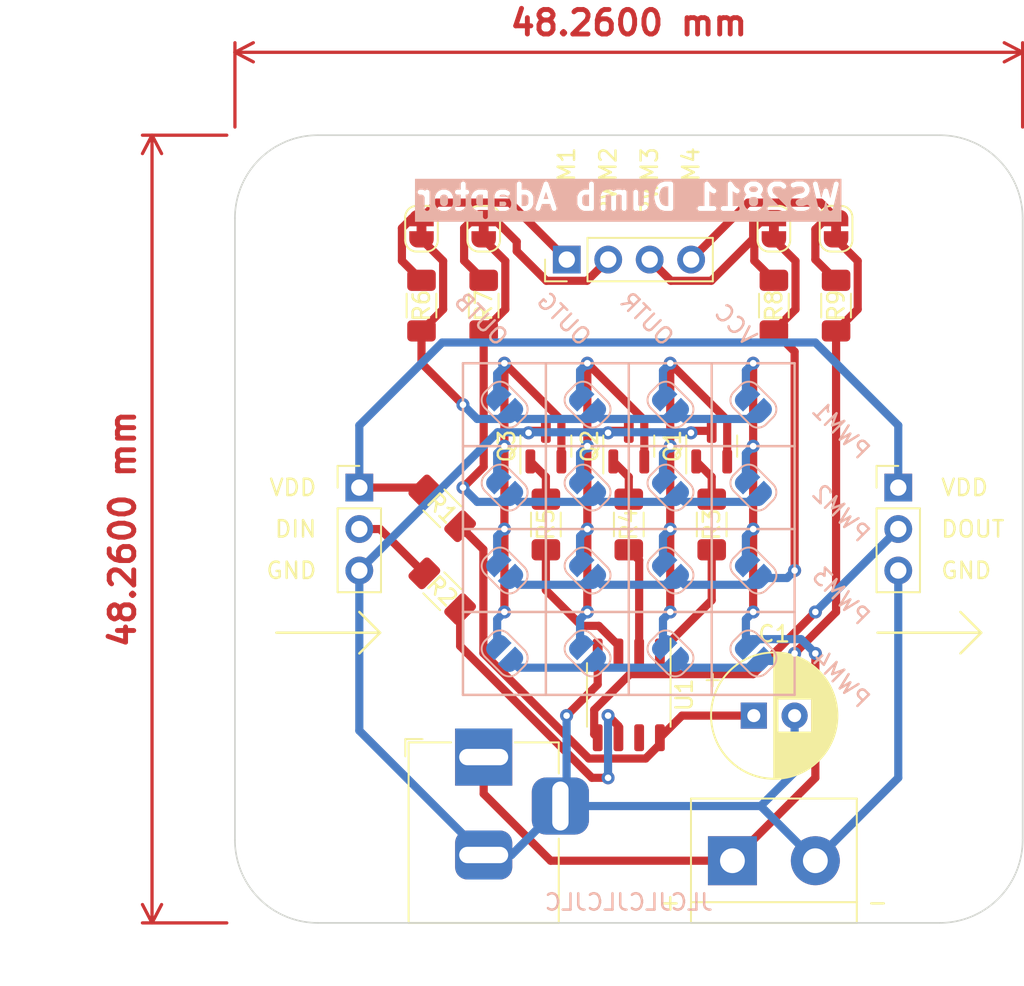
<source format=kicad_pcb>
(kicad_pcb (version 20221018) (generator pcbnew)
  (layers (0 "F.Cu" signal) (31 "B.Cu" signal) (34 "B.Paste" user) (35 "F.Paste" user) (36 "B.SilkS" user "B.Silkscreen") (37 "F.SilkS" user "F.Silkscreen") (38 "B.Mask" user) (39 "F.Mask" user) (44 "Edge.Cuts" user))
  (net 0 "")
  (net 1 "/VDD")
  (net 2 "GND")
  (net 3 "VCC")
  (net 4 "/DIN")
  (net 5 "/DOUT")
  (net 6 "Net-(J5-Pin_1)")
  (net 7 "Net-(J5-Pin_2)")
  (net 8 "Net-(J5-Pin_3)")
  (net 9 "Net-(J5-Pin_4)")
  (net 10 "/PWM1")
  (net 11 "/PWM2")
  (net 12 "/PWM3")
  (net 13 "/PWM4")
  (net 14 "/OUTR")
  (net 15 "/OUTG")
  (net 16 "/OUTB")
  (net 17 "Net-(Q1-B)")
  (net 18 "Net-(Q2-B)")
  (net 19 "Net-(Q3-B)")
  (net 20 "Net-(U1-DIN)")
  (net 21 "Net-(U1-OUTR)")
  (net 22 "Net-(U1-OUTG)")
  (net 23 "Net-(U1-OUTB)")
  (net 25 "Net-(U1-VDD)")
  (footprint "Jumper:SolderJumper-2_P1.3mm_Bridged_RoundedPad1.0x1.5mm" (layer "F.Cu") (at 91.44 107.33 90)
    (fp_text reference "JP18" hide)
    (fp_text value "SolderJumper_2_Bridged" hide)
  )
  (footprint "Resistor_SMD:R_1206_3216Metric_Pad1.30x1.75mm_HandSolder" (layer "F.Cu") (at 95.25 125.45 90)
    (fp_text reference "R5")
    (fp_text value "1000R" hide)
  )
  (footprint "Connector_BarrelJack:BarrelJack_Horizontal" (layer "F.Cu") (at 91.44 139.7 90)
    (fp_text reference "J1" hide)
    (fp_text value "Barrel_Jack_Switch" hide)
  )
  (footprint "TerminalBlock:TerminalBlock_bornier-2_P5.08mm" (layer "F.Cu") (at 106.68 146.05)
    (fp_text reference "J2" hide)
    (fp_text value "Screw_Terminal_01x02" hide)
  )
  (footprint "Resistor_SMD:R_1206_3216Metric_Pad1.30x1.75mm_HandSolder" (layer "F.Cu") (at 100.33 125.45 90)
    (fp_text reference "R4")
    (fp_text value "1000R" hide)
  )
  (footprint "Resistor_SMD:R_1206_3216Metric_Pad1.30x1.75mm_HandSolder" (layer "F.Cu") (at 91.44 112.04 90)
    (fp_text reference "R7")
    (fp_text value "R" hide)
  )
  (footprint "MountingHole:MountingHole_3.2mm_M3" (layer "F.Cu") (at 119.38 106.68)
    (fp_text reference "REF**" hide)
    (fp_text value "MountingHole_3.2mm_M3" hide)
  )
  (footprint "MountingHole:MountingHole_3.2mm_M3" (layer "F.Cu") (at 119.38 144.78)
    (fp_text reference "REF**" hide)
    (fp_text value "MountingHole_3.2mm_M3" hide)
  )
  (footprint "Connector_PinHeader_2.54mm:PinHeader_1x03_P2.54mm_Vertical" (layer "F.Cu") (at 116.84 123.19)
    (fp_text reference "J4" hide)
    (fp_text value "Conn_01x03" hide)
  )
  (footprint "Jumper:SolderJumper-2_P1.3mm_Bridged_RoundedPad1.0x1.5mm" (layer "F.Cu") (at 87.63 107.33 90)
    (fp_text reference "JP17" hide)
    (fp_text value "SolderJumper_2_Bridged" hide)
  )
  (footprint "Jumper:SolderJumper-2_P1.3mm_Bridged_RoundedPad1.0x1.5mm" (layer "F.Cu") (at 109.22 107.33 90)
    (fp_text reference "JP19" hide)
    (fp_text value "SolderJumper_2_Bridged" hide)
  )
  (footprint "Resistor_SMD:R_1206_3216Metric_Pad1.30x1.75mm_HandSolder" (layer "F.Cu") (at 87.63 112.04 90)
    (fp_text reference "R6")
    (fp_text value "R" hide)
  )
  (footprint "Resistor_SMD:R_1206_3216Metric_Pad1.30x1.75mm_HandSolder" (layer "F.Cu") (at 88.9 124.46 135)
    (fp_text reference "R1")
    (fp_text value "100R" hide)
  )
  (footprint "Resistor_SMD:R_1206_3216Metric_Pad1.30x1.75mm_HandSolder" (layer "F.Cu") (at 113.03 112.04 90)
    (fp_text reference "R9")
    (fp_text value "R" hide)
  )
  (footprint "Resistor_SMD:R_1206_3216Metric_Pad1.30x1.75mm_HandSolder" (layer "F.Cu") (at 88.9 129.54 135)
    (fp_text reference "R2")
    (fp_text value "33R" hide)
  )
  (footprint "MountingHole:MountingHole_3.2mm_M3" (layer "F.Cu") (at 81.28 144.78)
    (fp_text reference "REF**" hide)
    (fp_text value "MountingHole_3.2mm_M3" hide)
  )
  (footprint "Capacitor_THT:CP_Radial_D7.5mm_P2.50mm" (layer "F.Cu") (at 107.99 137.16)
    (fp_text reference "C1")
    (fp_text value "100uF" hide)
  )
  (footprint "Resistor_SMD:R_1206_3216Metric_Pad1.30x1.75mm_HandSolder" (layer "F.Cu") (at 105.41 125.45 90)
    (fp_text reference "R3")
    (fp_text value "1000R" hide)
  )
  (footprint "Resistor_SMD:R_1206_3216Metric_Pad1.30x1.75mm_HandSolder" (layer "F.Cu") (at 109.22 112.04 90)
    (fp_text reference "R8")
    (fp_text value "R" hide)
  )
  (footprint "Package_TO_SOT_SMD:SOT-23" (layer "F.Cu") (at 105.41 120.65 90)
    (fp_text reference "Q1")
    (fp_text value "2TY" hide)
  )
  (footprint "Package_TO_SOT_SMD:SOT-23" (layer "F.Cu") (at 95.25 120.65 90)
    (fp_text reference "Q3")
    (fp_text value "2TY" hide)
  )
  (footprint "Jumper:SolderJumper-2_P1.3mm_Bridged_RoundedPad1.0x1.5mm" (layer "F.Cu") (at 113.03 107.33 90)
    (fp_text reference "JP20" hide)
    (fp_text value "SolderJumper_2_Bridged" hide)
  )
  (footprint "Package_SO:SOP-8_3.9x4.9mm_P1.27mm" (layer "F.Cu") (at 100.33 135.89 -90)
    (fp_text reference "U1")
    (fp_text value "~" hide)
  )
  (footprint "Connector_PinHeader_2.54mm:PinHeader_1x03_P2.54mm_Vertical" (layer "F.Cu") (at 83.82 123.19)
    (fp_text reference "J3" hide)
    (fp_text value "Conn_01x03" hide)
  )
  (footprint "Package_TO_SOT_SMD:SOT-23" (layer "F.Cu") (at 100.33 120.65 90)
    (fp_text reference "Q2")
    (fp_text value "2TY" hide)
  )
  (footprint "Connector_PinHeader_2.54mm:PinHeader_1x04_P2.54mm_Vertical" (layer "F.Cu") (at 96.53 109.22 90)
    (fp_text reference "J5" hide)
    (fp_text value "Conn_01x04" hide)
  )
  (footprint "MountingHole:MountingHole_3.2mm_M3" (layer "F.Cu") (at 81.28 106.68)
    (fp_text reference "REF**" hide)
    (fp_text value "MountingHole_3.2mm_M3" hide)
  )
  (footprint "Jumper:SolderJumper-2_P1.3mm_Open_RoundedPad1.0x1.5mm" (layer "B.Cu") (at 102.885 123.19 135)
    (fp_text reference "JP6" hide)
    (fp_text value "SolderJumper_2_Open" hide)
  )
  (footprint "Jumper:SolderJumper-2_P1.3mm_Open_RoundedPad1.0x1.5mm" (layer "B.Cu") (at 92.725 118.11 135)
    (fp_text reference "JP13" hide)
    (fp_text value "SolderJumper_2_Open" hide)
  )
  (footprint "Jumper:SolderJumper-2_P1.3mm_Open_RoundedPad1.0x1.5mm" (layer "B.Cu") (at 92.725 128.27 135)
    (fp_text reference "JP15" hide)
    (fp_text value "SolderJumper_2_Open" hide)
  )
  (footprint "Jumper:SolderJumper-2_P1.3mm_Open_RoundedPad1.0x1.5mm" (layer "B.Cu") (at 107.965 118.11 135)
    (fp_text reference "JP1" hide)
    (fp_text value "SolderJumper_2_Open" hide)
  )
  (footprint "Jumper:SolderJumper-2_P1.3mm_Open_RoundedPad1.0x1.5mm" (layer "B.Cu") (at 107.965 123.19 135)
    (fp_text reference "JP2" hide)
    (fp_text value "SolderJumper_2_Open" hide)
  )
  (footprint "Jumper:SolderJumper-2_P1.3mm_Open_RoundedPad1.0x1.5mm" (layer "B.Cu") (at 92.725 133.35 135)
    (fp_text reference "JP16" hide)
    (fp_text value "SolderJumper_2_Open" hide)
  )
  (footprint "Jumper:SolderJumper-2_P1.3mm_Open_RoundedPad1.0x1.5mm" (layer "B.Cu") (at 107.965 133.35 135)
    (fp_text reference "JP4" hide)
    (fp_text value "SolderJumper_2_Open" hide)
  )
  (footprint "Jumper:SolderJumper-2_P1.3mm_Open_RoundedPad1.0x1.5mm" (layer "B.Cu") (at 107.965 128.27 135)
    (fp_text reference "JP3" hide)
    (fp_text value "SolderJumper_2_Open" hide)
  )
  (footprint "Jumper:SolderJumper-2_P1.3mm_Open_RoundedPad1.0x1.5mm" (layer "B.Cu") (at 102.885 133.35 135)
    (fp_text reference "JP8" hide)
    (fp_text value "SolderJumper_2_Open" hide)
  )
  (footprint "Jumper:SolderJumper-2_P1.3mm_Open_RoundedPad1.0x1.5mm" (layer "B.Cu") (at 102.885 118.11 135)
    (fp_text reference "JP5" hide)
    (fp_text value "SolderJumper_2_Open" hide)
  )
  (footprint "Jumper:SolderJumper-2_P1.3mm_Open_RoundedPad1.0x1.5mm" (layer "B.Cu") (at 102.885 128.27 135)
    (fp_text reference "JP7" hide)
    (fp_text value "SolderJumper_2_Open" hide)
  )
  (footprint "Jumper:SolderJumper-2_P1.3mm_Open_RoundedPad1.0x1.5mm" (layer "B.Cu") (at 97.805 123.19 135)
    (fp_text reference "JP10" hide)
    (fp_text value "SolderJumper_2_Open" hide)
  )
  (footprint "Jumper:SolderJumper-2_P1.3mm_Open_RoundedPad1.0x1.5mm" (layer "B.Cu") (at 97.805 128.27 135)
    (fp_text reference "JP11" hide)
    (fp_text value "SolderJumper_2_Open" hide)
  )
  (footprint "Jumper:SolderJumper-2_P1.3mm_Open_RoundedPad1.0x1.5mm" (layer "B.Cu") (at 97.805 133.35 135)
    (fp_text reference "JP12" hide)
    (fp_text value "SolderJumper_2_Open" hide)
  )
  (footprint "Jumper:SolderJumper-2_P1.3mm_Open_RoundedPad1.0x1.5mm" (layer "B.Cu") (at 92.725 123.19 135)
    (fp_text reference "JP14" hide)
    (fp_text value "SolderJumper_2_Open" hide)
  )
  (footprint "Jumper:SolderJumper-2_P1.3mm_Open_RoundedPad1.0x1.5mm" (layer "B.Cu") (at 97.805 118.11 135)
    (fp_text reference "JP9" hide)
    (fp_text value "SolderJumper_2_Open" hide)
  )
  (gr_line (start 90.17 130.81) (end 110.49 130.81) (stroke (width 0.15)) (layer "B.SilkS"))
  (gr_line (start 90.17 115.57) (end 90.17 135.89) (stroke (width 0.15)) (layer "B.SilkS"))
  (gr_line (start 105.41 115.57) (end 105.41 135.89) (stroke (width 0.15)) (layer "B.SilkS"))
  (gr_line (start 95.25 115.57) (end 95.25 135.89) (stroke (width 0.15)) (layer "B.SilkS"))
  (gr_line (start 110.49 135.89) (end 90.17 135.89) (stroke (width 0.15)) (layer "B.SilkS"))
  (gr_line (start 100.33 115.57) (end 100.33 135.89) (stroke (width 0.15)) (layer "B.SilkS"))
  (gr_line (start 110.49 115.57) (end 110.49 135.89) (stroke (width 0.15)) (layer "B.SilkS"))
  (gr_line (start 90.17 115.57) (end 110.49 115.57) (stroke (width 0.15)) (layer "B.SilkS"))
  (gr_line (start 90.17 125.73) (end 110.49 125.73) (stroke (width 0.15)) (layer "B.SilkS"))
  (gr_line (start 90.17 120.65) (end 110.49 120.65) (stroke (width 0.15)) (layer "B.SilkS"))
  (gr_line (start 85.09 132.08) (end 83.82 130.81) (stroke (width 0.15)) (layer "F.SilkS"))
  (gr_line (start 115.57 132.08) (end 121.92 132.08) (stroke (width 0.15)) (layer "F.SilkS"))
  (gr_line (start 83.82 133.35) (end 85.09 132.08) (stroke (width 0.15)) (layer "F.SilkS"))
  (gr_line (start 121.92 132.08) (end 120.65 130.81) (stroke (width 0.15)) (layer "F.SilkS"))
  (gr_line (start 120.65 133.35) (end 121.92 132.08) (stroke (width 0.15)) (layer "F.SilkS"))
  (gr_line (start 78.74 132.08) (end 85.09 132.08) (stroke (width 0.15)) (layer "F.SilkS"))
  (gr_arc (start 119.38 101.6) (mid 122.972102 103.087898) (end 124.46 106.68) (stroke (width 0.1)) (layer "Edge.Cuts"))
  (gr_line (start 124.46 106.68) (end 124.46 144.78) (stroke (width 0.1)) (layer "Edge.Cuts"))
  (gr_arc (start 76.2 106.68) (mid 77.687898 103.087898) (end 81.28 101.6) (stroke (width 0.1)) (layer "Edge.Cuts"))
  (gr_arc (start 81.28 149.86) (mid 77.687898 148.372102) (end 76.2 144.78) (stroke (width 0.1)) (layer "Edge.Cuts"))
  (gr_line (start 76.2 144.78) (end 76.2 106.68) (stroke (width 0.1)) (layer "Edge.Cuts"))
  (gr_arc (start 124.46 144.78) (mid 122.972102 148.372102) (end 119.38 149.86) (stroke (width 0.1)) (layer "Edge.Cuts"))
  (gr_line (start 81.28 101.6) (end 119.38 101.6) (stroke (width 0.1)) (layer "Edge.Cuts"))
  (gr_line (start 119.38 149.86) (end 81.28 149.86) (stroke (width 0.1)) (layer "Edge.Cuts"))
  (gr_text "VCC" (at 107.95 114.3 -45) (layer "B.SilkS") (effects (font (size 1 1)) (justify left mirror)))
  (gr_text "JLCJLCJLCJLC" (at 100.33 148.59) (layer "B.SilkS") (effects (font (size 1 1)) (justify mirror)))
  (gr_text "PWM2" (at 111.76 123.19 -45) (layer "B.SilkS") (effects (font (size 1 1)) (justify right mirror)))
  (gr_text "OUTB" (at 92.71 114.3 -45) (layer "B.SilkS") (effects (font (size 1 1)) (justify left mirror)))
  (gr_text "OUTG" (at 97.79 114.3 -45) (layer "B.SilkS") (effects (font (size 1 1)) (justify left mirror)))
  (gr_text "PWM1" (at 111.76 118.11 -45) (layer "B.SilkS") (effects (font (size 1 1)) (justify right mirror)))
  (gr_text "PWM4" (at 111.76 133.35 -45) (layer "B.SilkS") (effects (font (size 1 1)) (justify right mirror)))
  (gr_text "OUTR" (at 102.87 114.3 -45) (layer "B.SilkS") (effects (font (size 1 1)) (justify left mirror)))
  (gr_text "PWM3" (at 111.76 128.27 -45) (layer "B.SilkS") (effects (font (size 1 1)) (justify right mirror)))
  (gr_text "WS2811 Dumb Adaptor" (at 100.33 105.41) (layer "B.SilkS" knockout) (effects (font (size 1.5 1.5) (thickness 0.3)) (justify mirror)))
  (gr_text "GND" (at 81.28 128.27) (layer "F.SilkS") (effects (font (size 1 1)) (justify right)))
  (gr_text "PWM1" (at 96.52 106.68 90) (layer "F.SilkS") (effects (font (size 1 1)) (justify left)))
  (gr_text "PWM4" (at 104.14 106.68 90) (layer "F.SilkS") (effects (font (size 1 1)) (justify left)))
  (gr_text "DOUT" (at 119.38 125.73) (layer "F.SilkS") (effects (font (size 1 1)) (justify left)))
  (gr_text "GND" (at 119.38 128.27) (layer "F.SilkS") (effects (font (size 1 1)) (justify left)))
  (gr_text "VDD" (at 81.28 123.19) (layer "F.SilkS") (effects (font (size 1 1)) (justify right)))
  (gr_text "DIN" (at 81.28 125.73) (layer "F.SilkS") (effects (font (size 1 1)) (justify right)))
  (gr_text "VDD" (at 119.38 123.19) (layer "F.SilkS") (effects (font (size 1 1)) (justify left)))
  (gr_text "PWM3" (at 101.6 106.68 90) (layer "F.SilkS") (effects (font (size 1 1)) (justify left)))
  (gr_text "-" (at 115.57 148.59) (layer "F.SilkS") (effects (font (size 1 1))))
  (gr_text "+" (at 102.87 148.59) (layer "F.SilkS") (effects (font (size 1 1))))
  (gr_text "PWM2" (at 99.06 106.68 90) (layer "F.SilkS") (effects (font (size 1 1)) (justify left)))
  (dimension (type aligned) (layer "F.Cu") (pts (xy 76.2 101.6) (xy 124.46 101.6)) (height -5.08) (gr_text "48.2600 mm" (at 100.33 94.72) (layer "F.Cu") (effects (font (size 1.5 1.5) (thickness 0.3)))) (format (prefix "") (suffix "") (units 3) (units_format 1) (precision 4)) (style (thickness 0.2) (arrow_length 1.27) (text_position_mode 0) (extension_height 0.58642) (extension_offset 0.5) keep_text_aligned))
  (dimension (type aligned) (layer "F.Cu") (pts (xy 76.2 101.6) (xy 76.2 149.86)) (height 5.08) (gr_text "48.2600 mm" (at 69.32 125.73 90) (layer "F.Cu") (effects (font (size 1.5 1.5) (thickness 0.3)))) (format (prefix "") (suffix "") (units 3) (units_format 1) (precision 4)) (style (thickness 0.2) (arrow_length 1.27) (text_position_mode 0) (extension_height 0.58642) (extension_offset 0.5) keep_text_aligned))
  (segment (start 87.63 123.19) (end 87.803984 123.363984) (width 0.5) (layer "F.Cu") (net 1))
  (segment (start 83.82 123.19) (end 87.63 123.19) (width 0.5) (layer "F.Cu") (net 1))
  (segment (start 83.82 119.38) (end 88.9 114.3) (width 0.5) (layer "B.Cu") (net 1))
  (segment (start 88.9 114.3) (end 111.76 114.3) (width 0.5) (layer "B.Cu") (net 1))
  (segment (start 116.84 119.38) (end 116.84 123.19) (width 0.5) (layer "B.Cu") (net 1))
  (segment (start 111.76 114.3) (end 116.84 119.38) (width 0.5) (layer "B.Cu") (net 1))
  (segment (start 83.82 123.19) (end 83.82 119.38) (width 0.5) (layer "B.Cu") (net 1))
  (segment (start 99.181264 119.7125) (end 99.06 119.833764) (width 0.5) (layer "F.Cu") (net 2))
  (segment (start 98.425 135.255) (end 96.52 137.16) (width 0.5) (layer "F.Cu") (net 2))
  (segment (start 94.309502 119.7125) (end 94.188238 119.833764) (width 0.5) (layer "F.Cu") (net 2))
  (segment (start 95.25 119.7125) (end 94.309502 119.7125) (width 0.5) (layer "F.Cu") (net 2))
  (segment (start 105.41 119.7125) (end 104.261264 119.7125) (width 0.5) (layer "F.Cu") (net 2))
  (segment (start 100.33 119.7125) (end 99.181264 119.7125) (width 0.5) (layer "F.Cu") (net 2))
  (segment (start 98.425 133.265) (end 98.425 135.255) (width 0.5) (layer "F.Cu") (net 2))
  (segment (start 104.261264 119.7125) (end 104.14 119.833764) (width 0.5) (layer "F.Cu") (net 2))
  (via (at 104.14 119.833764) (size 0.8) (drill 0.4) (layers "F.Cu" "B.Cu") (net 2))
  (via (at 96.52 137.16) (size 0.8) (drill 0.4) (layers "F.Cu" "B.Cu") (net 2))
  (via (at 94.188238 119.833764) (size 0.8) (drill 0.4) (layers "F.Cu" "B.Cu") (net 2))
  (via (at 99.06 119.833764) (size 0.8) (drill 0.4) (layers "F.Cu" "B.Cu") (net 2))
  (segment (start 96.52 142.32) (end 96.14 142.7) (width 0.5) (layer "B.Cu") (net 2))
  (segment (start 93.14 145.7) (end 96.14 142.7) (width 0.5) (layer "B.Cu") (net 2))
  (segment (start 104.106236 119.8) (end 99.093764 119.8) (width 0.5) (layer "B.Cu") (net 2))
  (segment (start 83.82 138.08) (end 91.44 145.7) (width 0.5) (layer "B.Cu") (net 2))
  (segment (start 99.093764 119.8) (end 99.06 119.833764) (width 0.5) (layer "B.Cu") (net 2))
  (segment (start 94.154474 119.8) (end 92.29 119.8) (width 0.5) (layer "B.Cu") (net 2))
  (segment (start 111.76 146.05) (end 108.41 142.7) (width 0.5) (layer "B.Cu") (net 2))
  (segment (start 94.188238 119.833764) (end 94.154474 119.8) (width 0.5) (layer "B.Cu") (net 2))
  (segment (start 96.52 137.16) (end 96.52 142.32) (width 0.5) (layer "B.Cu") (net 2))
  (segment (start 94.188238 119.833764) (end 94.222002 119.8) (width 0.5) (layer "B.Cu") (net 2))
  (segment (start 94.222002 119.8) (end 99.026236 119.8) (width 0.5) (layer "B.Cu") (net 2))
  (segment (start 110.49 140.62) (end 108.41 142.7) (width 0.5) (layer "B.Cu") (net 2))
  (segment (start 92.29 119.8) (end 83.82 128.27) (width 0.5) (layer "B.Cu") (net 2))
  (segment (start 116.84 140.97) (end 111.76 146.05) (width 0.5) (layer "B.Cu") (net 2))
  (segment (start 104.14 119.833764) (end 104.106236 119.8) (width 0.5) (layer "B.Cu") (net 2))
  (segment (start 91.44 145.7) (end 93.14 145.7) (width 0.5) (layer "B.Cu") (net 2))
  (segment (start 108.41 142.7) (end 96.14 142.7) (width 0.5) (layer "B.Cu") (net 2))
  (segment (start 116.84 128.27) (end 116.84 140.97) (width 0.5) (layer "B.Cu") (net 2))
  (segment (start 110.49 137.16) (end 110.49 140.62) (width 0.5) (layer "B.Cu") (net 2))
  (segment (start 83.82 128.27) (end 83.82 138.08) (width 0.5) (layer "B.Cu") (net 2))
  (segment (start 99.026236 119.8) (end 99.06 119.833764) (width 0.5) (layer "B.Cu") (net 2))
  (segment (start 95.54 146.05) (end 106.68 146.05) (width 0.5) (layer "F.Cu") (net 3))
  (segment (start 107.95 130.81) (end 107.95 125.73) (width 0.5) (layer "F.Cu") (net 3))
  (segment (start 106.68 146.05) (end 111.76 140.97) (width 0.5) (layer "F.Cu") (net 3))
  (segment (start 107.95 120.65) (end 107.95 115.57) (width 0.5) (layer "F.Cu") (net 3))
  (segment (start 107.95 125.73) (end 107.95 120.65) (width 0.5) (layer "F.Cu") (net 3))
  (segment (start 91.44 139.7) (end 91.44 141.95) (width 0.5) (layer "F.Cu") (net 3))
  (segment (start 111.76 140.97) (end 111.76 133.35) (width 0.5) (layer "F.Cu") (net 3))
  (segment (start 91.44 141.95) (end 95.54 146.05) (width 0.5) (layer "F.Cu") (net 3))
  (via (at 107.95 130.81) (size 0.8) (drill 0.4) (layers "F.Cu" "B.Cu") (net 3))
  (via (at 107.95 125.73) (size 0.8) (drill 0.4) (layers "F.Cu" "B.Cu") (net 3))
  (via (at 107.95 115.57) (size 0.8) (drill 0.4) (layers "F.Cu" "B.Cu") (net 3))
  (via (at 107.95 120.65) (size 0.8) (drill 0.4) (layers "F.Cu" "B.Cu") (net 3))
  (via (at 111.76 133.35) (size 0.8) (drill 0.4) (layers "F.Cu" "B.Cu") (net 3))
  (segment (start 107.505381 132.890381) (end 107.505381 131.254619) (width 0.5) (layer "B.Cu") (net 3))
  (segment (start 107.505381 116.014619) (end 107.95 115.57) (width 0.5) (layer "B.Cu") (net 3))
  (segment (start 107.505381 126.174619) (end 107.95 125.73) (width 0.5) (layer "B.Cu") (net 3))
  (segment (start 107.505381 117.650381) (end 107.505381 116.014619) (width 0.5) (layer "B.Cu") (net 3))
  (segment (start 110.885736 132.475736) (end 107.920026 132.475736) (width 0.5) (layer "B.Cu") (net 3))
  (segment (start 107.505381 127.810381) (end 107.505381 126.174619) (width 0.5) (layer "B.Cu") (net 3))
  (segment (start 107.505381 131.254619) (end 107.95 130.81) (width 0.5) (layer "B.Cu") (net 3))
  (segment (start 111.76 133.35) (end 110.885736 132.475736) (width 0.5) (layer "B.Cu") (net 3))
  (segment (start 107.920026 132.475736) (end 107.505381 132.890381) (width 0.5) (layer "B.Cu") (net 3))
  (segment (start 107.505381 121.094619) (end 107.95 120.65) (width 0.5) (layer "B.Cu") (net 3))
  (segment (start 107.505381 122.730381) (end 107.505381 121.094619) (width 0.5) (layer "B.Cu") (net 3))
  (segment (start 83.82 125.73) (end 85.09 125.73) (width 0.5) (layer "F.Cu") (net 4))
  (segment (start 85.09 125.73) (end 87.803984 128.443984) (width 0.5) (layer "F.Cu") (net 4))
  (segment (start 100.397918 134.62) (end 107.95 134.62) (width 0.5) (layer "F.Cu") (net 5))
  (segment (start 98.21 136.807918) (end 100.397918 134.62) (width 0.5) (layer "F.Cu") (net 5))
  (segment (start 98.21 138.3) (end 98.21 136.807918) (width 0.5) (layer "F.Cu") (net 5))
  (segment (start 107.95 134.62) (end 111.76 130.81) (width 0.5) (layer "F.Cu") (net 5))
  (segment (start 98.425 138.515) (end 98.21 138.3) (width 0.5) (layer "F.Cu") (net 5))
  (via (at 111.76 130.81) (size 0.8) (drill 0.4) (layers "F.Cu" "B.Cu") (net 5))
  (segment (start 111.76 130.81) (end 116.84 125.73) (width 0.5) (layer "B.Cu") (net 5))
  (segment (start 86.43 109.29) (end 86.43 107.293604) (width 0.5) (layer "F.Cu") (net 6))
  (segment (start 87.043604 106.68) (end 87.63 106.68) (width 0.5) (layer "F.Cu") (net 6))
  (segment (start 88.58 105.73) (end 93.04 105.73) (width 0.5) (layer "F.Cu") (net 6))
  (segment (start 86.43 107.293604) (end 87.043604 106.68) (width 0.5) (layer "F.Cu") (net 6))
  (segment (start 93.04 105.73) (end 96.53 109.22) (width 0.5) (layer "F.Cu") (net 6))
  (segment (start 87.63 106.68) (end 88.58 105.73) (width 0.5) (layer "F.Cu") (net 6))
  (segment (start 87.63 110.49) (end 86.43 109.29) (width 0.5) (layer "F.Cu") (net 6))
  (segment (start 90.24 107.293604) (end 90.853604 106.68) (width 0.5) (layer "F.Cu") (net 7))
  (segment (start 92.026396 106.68) (end 93.465 108.118604) (width 0.5) (layer "F.Cu") (net 7))
  (segment (start 91.44 106.68) (end 92.026396 106.68) (width 0.5) (layer "F.Cu") (net 7))
  (segment (start 93.465 108.705) (end 95.28 110.52) (width 0.5) (layer "F.Cu") (net 7))
  (segment (start 90.24 109.29) (end 90.24 107.293604) (width 0.5) (layer "F.Cu") (net 7))
  (segment (start 97.77 110.52) (end 99.07 109.22) (width 0.5) (layer "F.Cu") (net 7))
  (segment (start 91.44 110.49) (end 90.24 109.29) (width 0.5) (layer "F.Cu") (net 7))
  (segment (start 90.853604 106.68) (end 91.44 106.68) (width 0.5) (layer "F.Cu") (net 7))
  (segment (start 93.465 108.118604) (end 93.465 108.705) (width 0.5) (layer "F.Cu") (net 7))
  (segment (start 95.28 110.52) (end 97.77 110.52) (width 0.5) (layer "F.Cu") (net 7))
  (segment (start 105.38 110.52) (end 102.91 110.52) (width 0.5) (layer "F.Cu") (net 8))
  (segment (start 109.22 106.68) (end 107.95 106.68) (width 0.5) (layer "F.Cu") (net 8))
  (segment (start 109.22 110.49) (end 108.02 109.29) (width 0.5) (layer "F.Cu") (net 8))
  (segment (start 102.91 110.52) (end 101.61 109.22) (width 0.5) (layer "F.Cu") (net 8))
  (segment (start 108.633604 106.68) (end 109.22 106.68) (width 0.5) (layer "F.Cu") (net 8))
  (segment (start 108.02 107.293604) (end 108.633604 106.68) (width 0.5) (layer "F.Cu") (net 8))
  (segment (start 108.02 109.29) (end 108.02 107.293604) (width 0.5) (layer "F.Cu") (net 8))
  (segment (start 107.95 107.95) (end 105.38 110.52) (width 0.5) (layer "F.Cu") (net 8))
  (segment (start 107.95 106.68) (end 107.95 107.95) (width 0.5) (layer "F.Cu") (net 8))
  (segment (start 111.76 109.22) (end 111.76 107.363604) (width 0.5) (layer "F.Cu") (net 9))
  (segment (start 113.03 110.49) (end 111.76 109.22) (width 0.5) (layer "F.Cu") (net 9))
  (segment (start 112.443604 106.68) (end 113.03 106.68) (width 0.5) (layer "F.Cu") (net 9))
  (segment (start 112.08 105.73) (end 107.64 105.73) (width 0.5) (layer "F.Cu") (net 9))
  (segment (start 113.03 106.68) (end 112.08 105.73) (width 0.5) (layer "F.Cu") (net 9))
  (segment (start 111.76 107.363604) (end 112.443604 106.68) (width 0.5) (layer "F.Cu") (net 9))
  (segment (start 107.64 105.73) (end 104.15 109.22) (width 0.5) (layer "F.Cu") (net 9))
  (segment (start 90.17 118.11) (end 87.63 115.57) (width 0.5) (layer "F.Cu") (net 10))
  (segment (start 88.955 109.305) (end 87.63 107.98) (width 0.5) (layer "F.Cu") (net 10))
  (segment (start 88.955 112.265) (end 88.955 109.305) (width 0.5) (layer "F.Cu") (net 10))
  (segment (start 87.63 113.59) (end 88.955 112.265) (width 0.5) (layer "F.Cu") (net 10))
  (segment (start 87.63 115.57) (end 87.63 113.59) (width 0.5) (layer "F.Cu") (net 10))
  (via (at 90.17 118.11) (size 0.8) (drill 0.4) (layers "F.Cu" "B.Cu") (net 10))
  (segment (start 103.759264 118.984264) (end 108.009974 118.984264) (width 0.5) (layer "B.Cu") (net 10))
  (segment (start 93.184619 118.569619) (end 92.769974 118.984264) (width 0.5) (layer "B.Cu") (net 10))
  (segment (start 108.009974 118.984264) (end 108.424619 118.569619) (width 0.5) (layer "B.Cu") (net 10))
  (segment (start 93.184619 118.569619) (end 93.599264 118.984264) (width 0.5) (layer "B.Cu") (net 10))
  (segment (start 103.344619 118.569619) (end 103.759264 118.984264) (width 0.5) (layer "B.Cu") (net 10))
  (segment (start 91.044264 118.984264) (end 90.17 118.11) (width 0.5) (layer "B.Cu") (net 10))
  (segment (start 92.769974 118.984264) (end 91.044264 118.984264) (width 0.5) (layer "B.Cu") (net 10))
  (segment (start 98.264619 118.569619) (end 98.679264 118.984264) (width 0.5) (layer "B.Cu") (net 10))
  (segment (start 98.679264 118.984264) (end 102.929974 118.984264) (width 0.5) (layer "B.Cu") (net 10))
  (segment (start 97.849974 118.984264) (end 98.264619 118.569619) (width 0.5) (layer "B.Cu") (net 10))
  (segment (start 102.929974 118.984264) (end 103.344619 118.569619) (width 0.5) (layer "B.Cu") (net 10))
  (segment (start 93.599264 118.984264) (end 97.849974 118.984264) (width 0.5) (layer "B.Cu") (net 10))
  (segment (start 92.765 112.265) (end 92.765 109.305) (width 0.5) (layer "F.Cu") (net 11))
  (segment (start 92.765 109.305) (end 91.44 107.98) (width 0.5) (layer "F.Cu") (net 11))
  (segment (start 90.17 123.19) (end 91.44 121.92) (width 0.5) (layer "F.Cu") (net 11))
  (segment (start 91.44 121.92) (end 91.44 113.59) (width 0.5) (layer "F.Cu") (net 11))
  (segment (start 91.44 113.59) (end 92.765 112.265) (width 0.5) (layer "F.Cu") (net 11))
  (via (at 90.17 123.19) (size 0.8) (drill 0.4) (layers "F.Cu" "B.Cu") (net 11))
  (segment (start 93.184619 123.649619) (end 92.769974 124.064264) (width 0.5) (layer "B.Cu") (net 11))
  (segment (start 108.009974 124.064264) (end 108.424619 123.649619) (width 0.5) (layer "B.Cu") (net 11))
  (segment (start 103.759264 124.064264) (end 108.009974 124.064264) (width 0.5) (layer "B.Cu") (net 11))
  (segment (start 93.184619 123.649619) (end 93.599264 124.064264) (width 0.5) (layer "B.Cu") (net 11))
  (segment (start 103.344619 123.649619) (end 103.759264 124.064264) (width 0.5) (layer "B.Cu") (net 11))
  (segment (start 92.769974 124.064264) (end 91.044264 124.064264) (width 0.5) (layer "B.Cu") (net 11))
  (segment (start 97.849974 124.064264) (end 98.264619 123.649619) (width 0.5) (layer "B.Cu") (net 11))
  (segment (start 102.929974 124.064264) (end 103.344619 123.649619) (width 0.5) (layer "B.Cu") (net 11))
  (segment (start 91.044264 124.064264) (end 90.17 123.19) (width 0.5) (layer "B.Cu") (net 11))
  (segment (start 98.264619 123.649619) (end 98.679264 124.064264) (width 0.5) (layer "B.Cu") (net 11))
  (segment (start 93.599264 124.064264) (end 97.849974 124.064264) (width 0.5) (layer "B.Cu") (net 11))
  (segment (start 98.679264 124.064264) (end 102.929974 124.064264) (width 0.5) (layer "B.Cu") (net 11))
  (segment (start 110.49 114.86) (end 109.22 113.59) (width 0.5) (layer "F.Cu") (net 12))
  (segment (start 109.22 113.59) (end 110.545 112.265) (width 0.5) (layer "F.Cu") (net 12))
  (segment (start 110.545 109.305) (end 109.22 107.98) (width 0.5) (layer "F.Cu") (net 12))
  (segment (start 110.49 128.27) (end 110.49 114.86) (width 0.5) (layer "F.Cu") (net 12))
  (segment (start 110.545 112.265) (end 110.545 109.305) (width 0.5) (layer "F.Cu") (net 12))
  (via (at 110.49 128.27) (size 0.8) (drill 0.4) (layers "F.Cu" "B.Cu") (net 12))
  (segment (start 103.344619 128.729619) (end 103.759264 129.144264) (width 0.5) (layer "B.Cu") (net 12))
  (segment (start 110.030381 128.729619) (end 110.49 128.27) (width 0.5) (layer "B.Cu") (net 12))
  (segment (start 98.679264 129.144264) (end 102.929974 129.144264) (width 0.5) (layer "B.Cu") (net 12))
  (segment (start 102.929974 129.144264) (end 103.344619 128.729619) (width 0.5) (layer "B.Cu") (net 12))
  (segment (start 103.759264 129.144264) (end 108.009974 129.144264) (width 0.5) (layer "B.Cu") (net 12))
  (segment (start 97.849974 129.144264) (end 98.264619 128.729619) (width 0.5) (layer "B.Cu") (net 12))
  (segment (start 108.424619 128.729619) (end 110.030381 128.729619) (width 0.5) (layer "B.Cu") (net 12))
  (segment (start 93.599264 129.144264) (end 97.849974 129.144264) (width 0.5) (layer "B.Cu") (net 12))
  (segment (start 98.264619 128.729619) (end 98.679264 129.144264) (width 0.5) (layer "B.Cu") (net 12))
  (segment (start 93.184619 128.729619) (end 93.599264 129.144264) (width 0.5) (layer "B.Cu") (net 12))
  (segment (start 108.009974 129.144264) (end 108.424619 128.729619) (width 0.5) (layer "B.Cu") (net 12))
  (segment (start 110.49 133.35) (end 113.03 130.81) (width 0.5) (layer "F.Cu") (net 13))
  (segment (start 113.03 113.59) (end 114.355 112.265) (width 0.5) (layer "F.Cu") (net 13))
  (segment (start 114.355 109.305) (end 113.03 107.98) (width 0.5) (layer "F.Cu") (net 13))
  (segment (start 114.355 112.265) (end 114.355 109.305) (width 0.5) (layer "F.Cu") (net 13))
  (segment (start 113.03 130.81) (end 113.03 113.59) (width 0.5) (layer "F.Cu") (net 13))
  (via (at 110.49 133.35) (size 0.8) (drill 0.4) (layers "F.Cu" "B.Cu") (net 13))
  (segment (start 98.264619 133.809619) (end 98.679264 134.224264) (width 0.5) (layer "B.Cu") (net 13))
  (segment (start 103.759264 134.224264) (end 108.009974 134.224264) (width 0.5) (layer "B.Cu") (net 13))
  (segment (start 108.009974 134.224264) (end 108.424619 133.809619) (width 0.5) (layer "B.Cu") (net 13))
  (segment (start 110.030381 133.809619) (end 110.49 133.35) (width 0.5) (layer "B.Cu") (net 13))
  (segment (start 97.849974 134.224264) (end 98.264619 133.809619) (width 0.5) (layer "B.Cu") (net 13))
  (segment (start 102.929974 134.224264) (end 103.344619 133.809619) (width 0.5) (layer "B.Cu") (net 13))
  (segment (start 98.679264 134.224264) (end 102.929974 134.224264) (width 0.5) (layer "B.Cu") (net 13))
  (segment (start 93.599264 134.224264) (end 97.849974 134.224264) (width 0.5) (layer "B.Cu") (net 13))
  (segment (start 108.424619 133.809619) (end 110.030381 133.809619) (width 0.5) (layer "B.Cu") (net 13))
  (segment (start 103.344619 133.809619) (end 103.759264 134.224264) (width 0.5) (layer "B.Cu") (net 13))
  (segment (start 93.184619 133.809619) (end 93.599264 134.224264) (width 0.5) (layer "B.Cu") (net 13))
  (segment (start 106.36 119.06) (end 102.87 115.57) (width 0.5) (layer "F.Cu") (net 14))
  (segment (start 102.87 125.73) (end 102.87 120.65) (width 0.5) (layer "F.Cu") (net 14))
  (segment (start 102.87 120.65) (end 102.87 115.57) (width 0.5) (layer "F.Cu") (net 14))
  (segment (start 102.87 130.81) (end 102.87 125.73) (width 0.5) (layer "F.Cu") (net 14))
  (segment (start 106.36 121.5875) (end 106.36 119.06) (width 0.5) (layer "F.Cu") (net 14))
  (via (at 102.87 120.65) (size 0.8) (drill 0.4) (layers "F.Cu" "B.Cu") (net 14))
  (via (at 102.87 125.73) (size 0.8) (drill 0.4) (layers "F.Cu" "B.Cu") (net 14))
  (via (at 102.87 130.81) (size 0.8) (drill 0.4) (layers "F.Cu" "B.Cu") (net 14))
  (via (at 102.87 115.57) (size 0.8) (drill 0.4) (layers "F.Cu" "B.Cu") (net 14))
  (segment (start 102.425381 121.094619) (end 102.87 120.65) (width 0.5) (layer "B.Cu") (net 14))
  (segment (start 102.425381 127.810381) (end 102.425381 126.174619) (width 0.5) (layer "B.Cu") (net 14))
  (segment (start 102.425381 116.014619) (end 102.87 115.57) (width 0.5) (layer "B.Cu") (net 14))
  (segment (start 102.425381 122.730381) (end 102.425381 121.094619) (width 0.5) (layer "B.Cu") (net 14))
  (segment (start 102.425381 131.254619) (end 102.87 130.81) (width 0.5) (layer "B.Cu") (net 14))
  (segment (start 102.425381 117.650381) (end 102.425381 116.014619) (width 0.5) (layer "B.Cu") (net 14))
  (segment (start 102.425381 132.890381) (end 102.425381 131.254619) (width 0.5) (layer "B.Cu") (net 14))
  (segment (start 102.425381 126.174619) (end 102.87 125.73) (width 0.5) (layer "B.Cu") (net 14))
  (segment (start 97.79 115.57) (end 97.79 120.65) (width 0.5) (layer "F.Cu") (net 15))
  (segment (start 101.28 121.5875) (end 101.28 119.06) (width 0.5) (layer "F.Cu") (net 15))
  (segment (start 97.79 125.73) (end 97.79 120.65) (width 0.5) (layer "F.Cu") (net 15))
  (segment (start 101.28 119.06) (end 97.79 115.57) (width 0.5) (layer "F.Cu") (net 15))
  (segment (start 97.79 130.81) (end 97.79 125.73) (width 0.5) (layer "F.Cu") (net 15))
  (via (at 97.79 120.65) (size 0.8) (drill 0.4) (layers "F.Cu" "B.Cu") (net 15))
  (via (at 97.79 125.73) (size 0.8) (drill 0.4) (layers "F.Cu" "B.Cu") (net 15))
  (via (at 97.79 130.81) (size 0.8) (drill 0.4) (layers "F.Cu" "B.Cu") (net 15))
  (via (at 97.79 115.57) (size 0.8) (drill 0.4) (layers "F.Cu" "B.Cu") (net 15))
  (segment (start 97.345381 127.810381) (end 97.345381 126.174619) (width 0.5) (layer "B.Cu") (net 15))
  (segment (start 97.345381 117.650381) (end 97.345381 116.014619) (width 0.5) (layer "B.Cu") (net 15))
  (segment (start 97.345381 122.730381) (end 97.345381 121.094619) (width 0.5) (layer "B.Cu") (net 15))
  (segment (start 97.345381 131.254619) (end 97.79 130.81) (width 0.5) (layer "B.Cu") (net 15))
  (segment (start 97.345381 126.174619) (end 97.79 125.73) (width 0.5) (layer "B.Cu") (net 15))
  (segment (start 97.345381 116.014619) (end 97.79 115.57) (width 0.5) (layer "B.Cu") (net 15))
  (segment (start 97.345381 132.890381) (end 97.345381 131.254619) (width 0.5) (layer "B.Cu") (net 15))
  (segment (start 97.345381 121.094619) (end 97.79 120.65) (width 0.5) (layer "B.Cu") (net 15))
  (segment (start 92.71 115.57) (end 92.71 120.65) (width 0.5) (layer "F.Cu") (net 16))
  (segment (start 96.2 121.5875) (end 96.2 119.06) (width 0.5) (layer "F.Cu") (net 16))
  (segment (start 92.71 130.81) (end 92.71 125.73) (width 0.5) (layer "F.Cu") (net 16))
  (segment (start 96.2 119.06) (end 92.71 115.57) (width 0.5) (layer "F.Cu") (net 16))
  (segment (start 92.71 125.73) (end 92.71 120.65) (width 0.5) (layer "F.Cu") (net 16))
  (via (at 92.71 130.81) (size 0.8) (drill 0.4) (layers "F.Cu" "B.Cu") (net 16))
  (via (at 92.71 125.73) (size 0.8) (drill 0.4) (layers "F.Cu" "B.Cu") (net 16))
  (via (at 92.71 120.65) (size 0.8) (drill 0.4) (layers "F.Cu" "B.Cu") (net 16))
  (via (at 92.71 115.57) (size 0.8) (drill 0.4) (layers "F.Cu" "B.Cu") (net 16))
  (segment (start 92.265381 127.810381) (end 92.265381 126.174619) (width 0.5) (layer "B.Cu") (net 16))
  (segment (start 92.265381 126.174619) (end 92.71 125.73) (width 0.5) (layer "B.Cu") (net 16))
  (segment (start 92.265381 131.254619) (end 92.71 130.81) (width 0.5) (layer "B.Cu") (net 16))
  (segment (start 92.265381 121.094619) (end 92.71 120.65) (width 0.5) (layer "B.Cu") (net 16))
  (segment (start 92.265381 132.890381) (end 92.265381 131.254619) (width 0.5) (layer "B.Cu") (net 16))
  (segment (start 92.265381 122.730381) (end 92.265381 121.094619) (width 0.5) (layer "B.Cu") (net 16))
  (segment (start 92.265381 116.207139) (end 92.844244 115.628276) (width 0.5) (layer "B.Cu") (net 16))
  (segment (start 92.265381 117.650381) (end 92.265381 116.207139) (width 0.5) (layer "B.Cu") (net 16))
  (segment (start 105.41 123.9) (end 105.41 122.5375) (width 0.5) (layer "F.Cu") (net 17))
  (segment (start 105.41 122.5375) (end 104.46 121.5875) (width 0.5) (layer "F.Cu") (net 17))
  (segment (start 100.33 123.9) (end 100.33 122.5375) (width 0.5) (layer "F.Cu") (net 18))
  (segment (start 100.33 122.5375) (end 99.38 121.5875) (width 0.5) (layer "F.Cu") (net 18))
  (segment (start 95.25 123.9) (end 95.25 122.5375) (width 0.5) (layer "F.Cu") (net 19))
  (segment (start 95.25 122.5375) (end 94.3 121.5875) (width 0.5) (layer "F.Cu") (net 19))
  (segment (start 99.695 137.795) (end 99.695 138.515) (width 0.5) (layer "F.Cu") (net 20))
  (segment (start 99.06 137.16) (end 99.695 137.795) (width 0.5) (layer "F.Cu") (net 20))
  (segment (start 98.070051 140.97) (end 99.06 140.97) (width 0.5) (layer "F.Cu") (net 20))
  (segment (start 89.996016 132.895965) (end 98.070051 140.97) (width 0.5) (layer "F.Cu") (net 20))
  (segment (start 89.996016 130.636016) (end 89.996016 132.895965) (width 0.5) (layer "F.Cu") (net 20))
  (via (at 99.06 137.16) (size 0.8) (drill 0.4) (layers "F.Cu" "B.Cu") (net 20))
  (via (at 99.06 140.97) (size 0.8) (drill 0.4) (layers "F.Cu" "B.Cu") (net 20))
  (segment (start 99.06 140.97) (end 99.06 137.16) (width 0.5) (layer "B.Cu") (net 20))
  (segment (start 102.235 133.265) (end 105.41 130.09) (width 0.5) (layer "F.Cu") (net 21))
  (segment (start 105.41 130.09) (end 105.41 127) (width 0.5) (layer "F.Cu") (net 21))
  (segment (start 100.965 133.265) (end 100.965 127.635) (width 0.5) (layer "F.Cu") (net 22))
  (segment (start 100.965 127.635) (end 100.33 127) (width 0.5) (layer "F.Cu") (net 22))
  (segment (start 99.695 133.265) (end 99.695 132.861472) (width 0.5) (layer "F.Cu") (net 23))
  (segment (start 97.437918 131.66) (end 95.25 129.472082) (width 0.5) (layer "F.Cu") (net 23))
  (segment (start 98.493528 131.66) (end 97.437918 131.66) (width 0.5) (layer "F.Cu") (net 23))
  (segment (start 99.695 132.861472) (end 98.493528 131.66) (width 0.5) (layer "F.Cu") (net 23))
  (segment (start 95.25 129.472082) (end 95.25 127) (width 0.5) (layer "F.Cu") (net 23))
  (segment (start 97.88 139.79) (end 101.363528 139.79) (width 0.5) (layer "F.Cu") (net 25))
  (segment (start 89.996016 125.556016) (end 91.4208 126.9808) (width 0.5) (layer "F.Cu") (net 25))
  (segment (start 101.363528 139.79) (end 102.235 138.918528) (width 0.5) (layer "F.Cu") (net 25))
  (segment (start 102.235 138.515) (end 103.59 137.16) (width 0.5) (layer "F.Cu") (net 25))
  (segment (start 91.4208 126.9808) (end 91.4208 133.3308) (width 0.5) (layer "F.Cu") (net 25))
  (segment (start 91.4208 133.3308) (end 97.88 139.79) (width 0.5) (layer "F.Cu") (net 25))
  (segment (start 103.59 137.16) (end 107.99 137.16) (width 0.5) (layer "F.Cu") (net 25))
  (segment (start 102.235 138.918528) (end 102.235 138.515) (width 0.5) (layer "F.Cu") (net 25))
)
</source>
